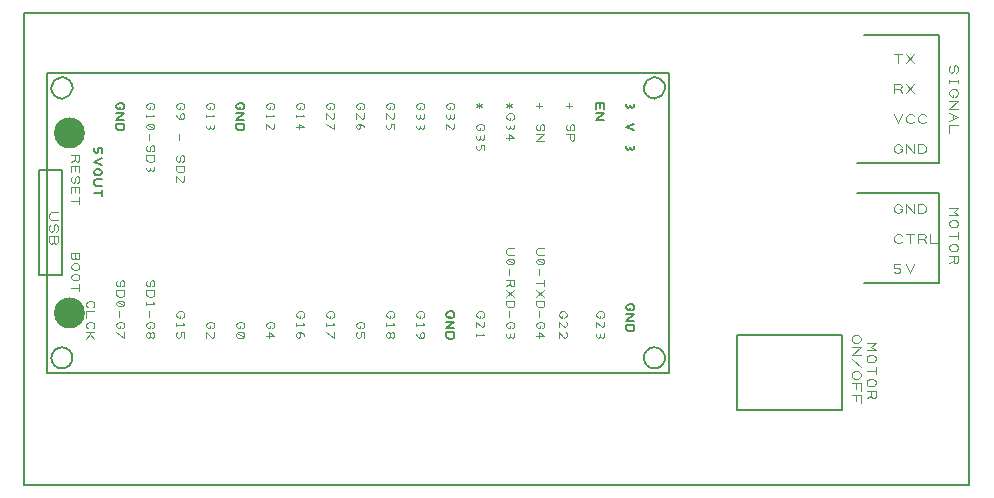
<source format=gbr>
G04 DesignSpark PCB Gerber Version 10.0 Build 5299*
G04 #@! TF.Part,Single*
G04 #@! TF.FileFunction,Legend,Top*
G04 #@! TF.FilePolarity,Positive*
%FSLAX35Y35*%
%MOIN*%
%ADD74C,0.00300*%
%ADD98C,0.00400*%
%ADD19C,0.00500*%
G04 #@! TD.AperFunction*
X0Y0D02*
D02*
D19*
X10250Y167750D02*
Y10250D01*
X325250D01*
Y167750D01*
X10250D01*
X20250Y50250D02*
G75*
G03*
X25250Y55250I2500J2500D01*
G01*
G75*
G03*
X20250Y50250I-2500J-2500D01*
G01*
Y140250D02*
G75*
G03*
X25250Y145250I2500J2500D01*
G01*
G75*
G03*
X20250Y140250I-2500J-2500D01*
G01*
X22750Y80250D02*
Y115250D01*
X15250D01*
Y80250D01*
X22750D01*
X33625Y122750D02*
X33406Y122313D01*
Y121656D01*
X33625Y121219D01*
X34063Y121000D01*
X34281D01*
X34719Y121219D01*
X34937Y121656D01*
Y122750D01*
X36031D01*
Y121000D01*
Y119250D02*
X33406Y118156D01*
X36031Y117063D01*
X34281Y115750D02*
X35156D01*
X35594Y115531D01*
X35813Y115313D01*
X36031Y114875D01*
Y114437D01*
X35813Y114000D01*
X35594Y113781D01*
X35156Y113563D01*
X34281D01*
X33844Y113781D01*
X33625Y114000D01*
X33406Y114437D01*
Y114875D01*
X33625Y115313D01*
X33844Y115531D01*
X34281Y115750D01*
X36031Y112250D02*
X34063D01*
X33625Y112031D01*
X33406Y111594D01*
Y110719D01*
X33625Y110281D01*
X34063Y110063D01*
X36031D01*
X33406Y107656D02*
X36031D01*
Y108750D02*
Y106563D01*
X42000Y136219D02*
Y135563D01*
X41781D01*
X41344Y135781D01*
X41125Y136000D01*
X40906Y136437D01*
Y136875D01*
X41125Y137313D01*
X41344Y137531D01*
X41781Y137750D01*
X42656D01*
X43094Y137531D01*
X43313Y137313D01*
X43531Y136875D01*
Y136437D01*
X43313Y136000D01*
X43094Y135781D01*
X42656Y135563D01*
X40906Y134250D02*
X43531D01*
X40906Y132063D01*
X43531D01*
X40906Y130750D02*
X43531D01*
Y129437D01*
X43313Y129000D01*
X43094Y128781D01*
X42656Y128563D01*
X41781D01*
X41344Y128781D01*
X41125Y129000D01*
X40906Y129437D01*
Y130750D01*
X82000Y136219D02*
Y135563D01*
X81781D01*
X81344Y135781D01*
X81125Y136000D01*
X80906Y136437D01*
Y136875D01*
X81125Y137313D01*
X81344Y137531D01*
X81781Y137750D01*
X82656D01*
X83094Y137531D01*
X83313Y137313D01*
X83531Y136875D01*
Y136437D01*
X83313Y136000D01*
X83094Y135781D01*
X82656Y135563D01*
X80906Y134250D02*
X83531D01*
X80906Y132063D01*
X83531D01*
X80906Y130750D02*
X83531D01*
Y129437D01*
X83313Y129000D01*
X83094Y128781D01*
X82656Y128563D01*
X81781D01*
X81344Y128781D01*
X81125Y129000D01*
X80906Y129437D01*
Y130750D01*
X152000Y66719D02*
Y66063D01*
X151781D01*
X151344Y66281D01*
X151125Y66500D01*
X150906Y66937D01*
Y67375D01*
X151125Y67813D01*
X151344Y68031D01*
X151781Y68250D01*
X152656D01*
X153094Y68031D01*
X153313Y67813D01*
X153531Y67375D01*
Y66937D01*
X153313Y66500D01*
X153094Y66281D01*
X152656Y66063D01*
X150906Y64750D02*
X153531D01*
X150906Y62563D01*
X153531D01*
X150906Y61250D02*
X153531D01*
Y59937D01*
X153313Y59500D01*
X153094Y59281D01*
X152656Y59063D01*
X151781D01*
X151344Y59281D01*
X151125Y59500D01*
X150906Y59937D01*
Y61250D01*
X200906Y137750D02*
X203531D01*
Y135563D01*
X202219Y136000D02*
Y137750D01*
X200906D02*
Y135563D01*
Y134250D02*
X203531D01*
X200906Y132063D01*
X203531D01*
X212000Y69219D02*
Y68563D01*
X211781D01*
X211344Y68781D01*
X211125Y69000D01*
X210906Y69437D01*
Y69875D01*
X211125Y70313D01*
X211344Y70531D01*
X211781Y70750D01*
X212656D01*
X213094Y70531D01*
X213313Y70313D01*
X213531Y69875D01*
Y69437D01*
X213313Y69000D01*
X213094Y68781D01*
X212656Y68563D01*
X210906Y67250D02*
X213531D01*
X210906Y65063D01*
X213531D01*
X210906Y63750D02*
X213531D01*
Y62437D01*
X213313Y62000D01*
X213094Y61781D01*
X212656Y61563D01*
X211781D01*
X211344Y61781D01*
X211125Y62000D01*
X210906Y62437D01*
Y63750D01*
X211125Y137531D02*
X210906Y137094D01*
Y136656D01*
X211125Y136219D01*
X211563Y136000D01*
X212000Y136219D01*
X212219Y136656D01*
Y137094D01*
Y136656D02*
X212437Y136219D01*
X212875Y136000D01*
X213313Y136219D01*
X213531Y136656D01*
Y137094D01*
X213313Y137531D01*
X213531Y130750D02*
X210906Y129656D01*
X213531Y128563D01*
X211125Y123531D02*
X210906Y123094D01*
Y122656D01*
X211125Y122219D01*
X211563Y122000D01*
X212000Y122219D01*
X212219Y122656D01*
Y123094D01*
Y122656D02*
X212437Y122219D01*
X212875Y122000D01*
X213313Y122219D01*
X213531Y122656D01*
Y123094D01*
X213313Y123531D01*
X217750Y50250D02*
G75*
G03*
X222750Y55250I2500J2500D01*
G01*
G75*
G03*
X217750Y50250I-2500J-2500D01*
G01*
Y140250D02*
G75*
G03*
X222750Y145250I2500J2500D01*
G01*
G75*
G03*
X217750Y140250I-2500J-2500D01*
G01*
X225250Y47750D02*
Y147750D01*
X17750D01*
Y47750D01*
X225250D01*
X247750Y35250D02*
X282750D01*
Y60250D01*
X247750D01*
Y35250D01*
X287750Y107750D02*
X315250D01*
Y77750D01*
X290250D01*
Y160250D02*
X315250D01*
Y117750D01*
X287750D01*
D02*
D74*
X27219Y86219D02*
X27000Y85781D01*
X26563Y85563D01*
X26125Y85781D01*
X25906Y86219D01*
Y87750D01*
X28531D01*
Y86219D01*
X28313Y85781D01*
X27875Y85563D01*
X27437Y85781D01*
X27219Y86219D01*
Y87750D01*
X26781Y84250D02*
X27656D01*
X28094Y84031D01*
X28313Y83813D01*
X28531Y83375D01*
Y82937D01*
X28313Y82500D01*
X28094Y82281D01*
X27656Y82063D01*
X26781D01*
X26344Y82281D01*
X26125Y82500D01*
X25906Y82937D01*
Y83375D01*
X26125Y83813D01*
X26344Y84031D01*
X26781Y84250D01*
Y80750D02*
X27656D01*
X28094Y80531D01*
X28313Y80313D01*
X28531Y79875D01*
Y79437D01*
X28313Y79000D01*
X28094Y78781D01*
X27656Y78563D01*
X26781D01*
X26344Y78781D01*
X26125Y79000D01*
X25906Y79437D01*
Y79875D01*
X26125Y80313D01*
X26344Y80531D01*
X26781Y80750D01*
X25906Y76156D02*
X28531D01*
Y77250D02*
Y75063D01*
X25906Y120250D02*
X28531D01*
Y118719D01*
X28313Y118281D01*
X27875Y118063D01*
X27437Y118281D01*
X27219Y118719D01*
Y120250D01*
Y118719D02*
X25906Y118063D01*
Y116750D02*
X28531D01*
Y114563D01*
X27219Y115000D02*
Y116750D01*
X25906D02*
Y114563D01*
X26563Y113250D02*
X26125Y113031D01*
X25906Y112594D01*
Y111719D01*
X26125Y111281D01*
X26563Y111063D01*
X27000Y111281D01*
X27219Y111719D01*
Y112594D01*
X27437Y113031D01*
X27875Y113250D01*
X28313Y113031D01*
X28531Y112594D01*
Y111719D01*
X28313Y111281D01*
X27875Y111063D01*
X25906Y109750D02*
X28531D01*
Y107563D01*
X27219Y108000D02*
Y109750D01*
X25906D02*
Y107563D01*
Y105156D02*
X28531D01*
Y106250D02*
Y104063D01*
X31344Y69563D02*
X31125Y69781D01*
X30906Y70219D01*
Y70875D01*
X31125Y71313D01*
X31344Y71531D01*
X31781Y71750D01*
X32656D01*
X33094Y71531D01*
X33313Y71313D01*
X33531Y70875D01*
Y70219D01*
X33313Y69781D01*
X33094Y69563D01*
X33531Y68250D02*
X30906D01*
Y66063D01*
X31344Y62563D02*
X31125Y62781D01*
X30906Y63219D01*
Y63875D01*
X31125Y64313D01*
X31344Y64531D01*
X31781Y64750D01*
X32656D01*
X33094Y64531D01*
X33313Y64313D01*
X33531Y63875D01*
Y63219D01*
X33313Y62781D01*
X33094Y62563D01*
X30906Y61250D02*
X33531D01*
X32219D02*
Y60594D01*
X33531Y59063D01*
X32219Y60594D02*
X30906Y59063D01*
X41563Y78750D02*
X41125Y78531D01*
X40906Y78094D01*
Y77219D01*
X41125Y76781D01*
X41563Y76563D01*
X42000Y76781D01*
X42219Y77219D01*
Y78094D01*
X42437Y78531D01*
X42875Y78750D01*
X43313Y78531D01*
X43531Y78094D01*
Y77219D01*
X43313Y76781D01*
X42875Y76563D01*
X40906Y75250D02*
X43531D01*
Y73937D01*
X43313Y73500D01*
X43094Y73281D01*
X42656Y73063D01*
X41781D01*
X41344Y73281D01*
X41125Y73500D01*
X40906Y73937D01*
Y75250D01*
X41125Y71531D02*
X40906Y71094D01*
Y70656D01*
X41125Y70219D01*
X41563Y70000D01*
X42875D01*
X43313Y70219D01*
X43531Y70656D01*
Y71094D01*
X43313Y71531D01*
X42875Y71750D01*
X41563D01*
X41125Y71531D01*
X43313Y70219D01*
X41781Y68250D02*
Y66500D01*
X42000Y63219D02*
Y62563D01*
X41781D01*
X41344Y62781D01*
X41125Y63000D01*
X40906Y63437D01*
Y63875D01*
X41125Y64313D01*
X41344Y64531D01*
X41781Y64750D01*
X42656D01*
X43094Y64531D01*
X43313Y64313D01*
X43531Y63875D01*
Y63437D01*
X43313Y63000D01*
X43094Y62781D01*
X42656Y62563D01*
X40906Y61250D02*
X43531Y59500D01*
Y61250D01*
X51563Y78750D02*
X51125Y78531D01*
X50906Y78094D01*
Y77219D01*
X51125Y76781D01*
X51563Y76563D01*
X52000Y76781D01*
X52219Y77219D01*
Y78094D01*
X52437Y78531D01*
X52875Y78750D01*
X53313Y78531D01*
X53531Y78094D01*
Y77219D01*
X53313Y76781D01*
X52875Y76563D01*
X50906Y75250D02*
X53531D01*
Y73937D01*
X53313Y73500D01*
X53094Y73281D01*
X52656Y73063D01*
X51781D01*
X51344Y73281D01*
X51125Y73500D01*
X50906Y73937D01*
Y75250D01*
Y71313D02*
Y70437D01*
Y70875D02*
X53531D01*
X53094Y71313D01*
X51781Y68250D02*
Y66500D01*
X52000Y63219D02*
Y62563D01*
X51781D01*
X51344Y62781D01*
X51125Y63000D01*
X50906Y63437D01*
Y63875D01*
X51125Y64313D01*
X51344Y64531D01*
X51781Y64750D01*
X52656D01*
X53094Y64531D01*
X53313Y64313D01*
X53531Y63875D01*
Y63437D01*
X53313Y63000D01*
X53094Y62781D01*
X52656Y62563D01*
X52219Y60594D02*
Y60156D01*
X52437Y59719D01*
X52875Y59500D01*
X53313Y59719D01*
X53531Y60156D01*
Y60594D01*
X53313Y61031D01*
X52875Y61250D01*
X52437Y61031D01*
X52219Y60594D01*
X52000Y61031D01*
X51563Y61250D01*
X51125Y61031D01*
X50906Y60594D01*
Y60156D01*
X51125Y59719D01*
X51563Y59500D01*
X52000Y59719D01*
X52219Y60156D01*
X52000Y136219D02*
Y135563D01*
X51781D01*
X51344Y135781D01*
X51125Y136000D01*
X50906Y136437D01*
Y136875D01*
X51125Y137313D01*
X51344Y137531D01*
X51781Y137750D01*
X52656D01*
X53094Y137531D01*
X53313Y137313D01*
X53531Y136875D01*
Y136437D01*
X53313Y136000D01*
X53094Y135781D01*
X52656Y135563D01*
X50906Y133813D02*
Y132937D01*
Y133375D02*
X53531D01*
X53094Y133813D01*
X51125Y130531D02*
X50906Y130094D01*
Y129656D01*
X51125Y129219D01*
X51563Y129000D01*
X52875D01*
X53313Y129219D01*
X53531Y129656D01*
Y130094D01*
X53313Y130531D01*
X52875Y130750D01*
X51563D01*
X51125Y130531D01*
X53313Y129219D01*
X51781Y127250D02*
Y125500D01*
X51563Y123750D02*
X51125Y123531D01*
X50906Y123094D01*
Y122219D01*
X51125Y121781D01*
X51563Y121563D01*
X52000Y121781D01*
X52219Y122219D01*
Y123094D01*
X52437Y123531D01*
X52875Y123750D01*
X53313Y123531D01*
X53531Y123094D01*
Y122219D01*
X53313Y121781D01*
X52875Y121563D01*
X50906Y120250D02*
X53531D01*
Y118937D01*
X53313Y118500D01*
X53094Y118281D01*
X52656Y118063D01*
X51781D01*
X51344Y118281D01*
X51125Y118500D01*
X50906Y118937D01*
Y120250D01*
X51125Y116531D02*
X50906Y116094D01*
Y115656D01*
X51125Y115219D01*
X51563Y115000D01*
X52000Y115219D01*
X52219Y115656D01*
Y116094D01*
Y115656D02*
X52437Y115219D01*
X52875Y115000D01*
X53313Y115219D01*
X53531Y115656D01*
Y116094D01*
X53313Y116531D01*
X62000Y66719D02*
Y66063D01*
X61781D01*
X61344Y66281D01*
X61125Y66500D01*
X60906Y66937D01*
Y67375D01*
X61125Y67813D01*
X61344Y68031D01*
X61781Y68250D01*
X62656D01*
X63094Y68031D01*
X63313Y67813D01*
X63531Y67375D01*
Y66937D01*
X63313Y66500D01*
X63094Y66281D01*
X62656Y66063D01*
X60906Y64313D02*
Y63437D01*
Y63875D02*
X63531D01*
X63094Y64313D01*
X61125Y61250D02*
X60906Y60813D01*
Y60156D01*
X61125Y59719D01*
X61563Y59500D01*
X61781D01*
X62219Y59719D01*
X62437Y60156D01*
Y61250D01*
X63531D01*
Y59500D01*
X62000Y136219D02*
Y135563D01*
X61781D01*
X61344Y135781D01*
X61125Y136000D01*
X60906Y136437D01*
Y136875D01*
X61125Y137313D01*
X61344Y137531D01*
X61781Y137750D01*
X62656D01*
X63094Y137531D01*
X63313Y137313D01*
X63531Y136875D01*
Y136437D01*
X63313Y136000D01*
X63094Y135781D01*
X62656Y135563D01*
X60906Y133594D02*
X61125Y133156D01*
X61563Y132719D01*
X62219Y132500D01*
X62875D01*
X63313Y132719D01*
X63531Y133156D01*
Y133594D01*
X63313Y134031D01*
X62875Y134250D01*
X62437Y134031D01*
X62219Y133594D01*
Y133156D01*
X62437Y132719D01*
X62875Y132500D01*
X61781Y127250D02*
Y125500D01*
X61563Y120250D02*
X61125Y120031D01*
X60906Y119594D01*
Y118719D01*
X61125Y118281D01*
X61563Y118063D01*
X62000Y118281D01*
X62219Y118719D01*
Y119594D01*
X62437Y120031D01*
X62875Y120250D01*
X63313Y120031D01*
X63531Y119594D01*
Y118719D01*
X63313Y118281D01*
X62875Y118063D01*
X60906Y116750D02*
X63531D01*
Y115437D01*
X63313Y115000D01*
X63094Y114781D01*
X62656Y114563D01*
X61781D01*
X61344Y114781D01*
X61125Y115000D01*
X60906Y115437D01*
Y116750D01*
Y111500D02*
Y113250D01*
X62437Y111719D01*
X62875Y111500D01*
X63313Y111719D01*
X63531Y112156D01*
Y112813D01*
X63313Y113250D01*
X72000Y63219D02*
Y62563D01*
X71781D01*
X71344Y62781D01*
X71125Y63000D01*
X70906Y63437D01*
Y63875D01*
X71125Y64313D01*
X71344Y64531D01*
X71781Y64750D01*
X72656D01*
X73094Y64531D01*
X73313Y64313D01*
X73531Y63875D01*
Y63437D01*
X73313Y63000D01*
X73094Y62781D01*
X72656Y62563D01*
X70906Y59500D02*
Y61250D01*
X72437Y59719D01*
X72875Y59500D01*
X73313Y59719D01*
X73531Y60156D01*
Y60813D01*
X73313Y61250D01*
X72000Y136219D02*
Y135563D01*
X71781D01*
X71344Y135781D01*
X71125Y136000D01*
X70906Y136437D01*
Y136875D01*
X71125Y137313D01*
X71344Y137531D01*
X71781Y137750D01*
X72656D01*
X73094Y137531D01*
X73313Y137313D01*
X73531Y136875D01*
Y136437D01*
X73313Y136000D01*
X73094Y135781D01*
X72656Y135563D01*
X70906Y133813D02*
Y132937D01*
Y133375D02*
X73531D01*
X73094Y133813D01*
X71125Y130531D02*
X70906Y130094D01*
Y129656D01*
X71125Y129219D01*
X71563Y129000D01*
X72000Y129219D01*
X72219Y129656D01*
Y130094D01*
Y129656D02*
X72437Y129219D01*
X72875Y129000D01*
X73313Y129219D01*
X73531Y129656D01*
Y130094D01*
X73313Y130531D01*
X82000Y63219D02*
Y62563D01*
X81781D01*
X81344Y62781D01*
X81125Y63000D01*
X80906Y63437D01*
Y63875D01*
X81125Y64313D01*
X81344Y64531D01*
X81781Y64750D01*
X82656D01*
X83094Y64531D01*
X83313Y64313D01*
X83531Y63875D01*
Y63437D01*
X83313Y63000D01*
X83094Y62781D01*
X82656Y62563D01*
X81125Y61031D02*
X80906Y60594D01*
Y60156D01*
X81125Y59719D01*
X81563Y59500D01*
X82875D01*
X83313Y59719D01*
X83531Y60156D01*
Y60594D01*
X83313Y61031D01*
X82875Y61250D01*
X81563D01*
X81125Y61031D01*
X83313Y59719D01*
X92000Y63219D02*
Y62563D01*
X91781D01*
X91344Y62781D01*
X91125Y63000D01*
X90906Y63437D01*
Y63875D01*
X91125Y64313D01*
X91344Y64531D01*
X91781Y64750D01*
X92656D01*
X93094Y64531D01*
X93313Y64313D01*
X93531Y63875D01*
Y63437D01*
X93313Y63000D01*
X93094Y62781D01*
X92656Y62563D01*
X90906Y60156D02*
X93531D01*
X91781Y61250D01*
Y59500D01*
X92000Y136219D02*
Y135563D01*
X91781D01*
X91344Y135781D01*
X91125Y136000D01*
X90906Y136437D01*
Y136875D01*
X91125Y137313D01*
X91344Y137531D01*
X91781Y137750D01*
X92656D01*
X93094Y137531D01*
X93313Y137313D01*
X93531Y136875D01*
Y136437D01*
X93313Y136000D01*
X93094Y135781D01*
X92656Y135563D01*
X90906Y133813D02*
Y132937D01*
Y133375D02*
X93531D01*
X93094Y133813D01*
X90906Y129000D02*
Y130750D01*
X92437Y129219D01*
X92875Y129000D01*
X93313Y129219D01*
X93531Y129656D01*
Y130313D01*
X93313Y130750D01*
X102000Y66719D02*
Y66063D01*
X101781D01*
X101344Y66281D01*
X101125Y66500D01*
X100906Y66937D01*
Y67375D01*
X101125Y67813D01*
X101344Y68031D01*
X101781Y68250D01*
X102656D01*
X103094Y68031D01*
X103313Y67813D01*
X103531Y67375D01*
Y66937D01*
X103313Y66500D01*
X103094Y66281D01*
X102656Y66063D01*
X100906Y64313D02*
Y63437D01*
Y63875D02*
X103531D01*
X103094Y64313D01*
X101563Y61250D02*
X102000Y61031D01*
X102219Y60594D01*
Y60156D01*
X102000Y59719D01*
X101563Y59500D01*
X101125Y59719D01*
X100906Y60156D01*
Y60594D01*
X101125Y61031D01*
X101563Y61250D01*
X102219D01*
X102875Y61031D01*
X103313Y60594D01*
X103531Y60156D01*
X102000Y136219D02*
Y135563D01*
X101781D01*
X101344Y135781D01*
X101125Y136000D01*
X100906Y136437D01*
Y136875D01*
X101125Y137313D01*
X101344Y137531D01*
X101781Y137750D01*
X102656D01*
X103094Y137531D01*
X103313Y137313D01*
X103531Y136875D01*
Y136437D01*
X103313Y136000D01*
X103094Y135781D01*
X102656Y135563D01*
X100906Y133813D02*
Y132937D01*
Y133375D02*
X103531D01*
X103094Y133813D01*
X100906Y129656D02*
X103531D01*
X101781Y130750D01*
Y129000D01*
X112000Y66719D02*
Y66063D01*
X111781D01*
X111344Y66281D01*
X111125Y66500D01*
X110906Y66937D01*
Y67375D01*
X111125Y67813D01*
X111344Y68031D01*
X111781Y68250D01*
X112656D01*
X113094Y68031D01*
X113313Y67813D01*
X113531Y67375D01*
Y66937D01*
X113313Y66500D01*
X113094Y66281D01*
X112656Y66063D01*
X110906Y64313D02*
Y63437D01*
Y63875D02*
X113531D01*
X113094Y64313D01*
X110906Y61250D02*
X113531Y59500D01*
Y61250D01*
X112000Y136219D02*
Y135563D01*
X111781D01*
X111344Y135781D01*
X111125Y136000D01*
X110906Y136437D01*
Y136875D01*
X111125Y137313D01*
X111344Y137531D01*
X111781Y137750D01*
X112656D01*
X113094Y137531D01*
X113313Y137313D01*
X113531Y136875D01*
Y136437D01*
X113313Y136000D01*
X113094Y135781D01*
X112656Y135563D01*
X110906Y132500D02*
Y134250D01*
X112437Y132719D01*
X112875Y132500D01*
X113313Y132719D01*
X113531Y133156D01*
Y133813D01*
X113313Y134250D01*
X110906Y130750D02*
X113531Y129000D01*
Y130750D01*
X122000Y63219D02*
Y62563D01*
X121781D01*
X121344Y62781D01*
X121125Y63000D01*
X120906Y63437D01*
Y63875D01*
X121125Y64313D01*
X121344Y64531D01*
X121781Y64750D01*
X122656D01*
X123094Y64531D01*
X123313Y64313D01*
X123531Y63875D01*
Y63437D01*
X123313Y63000D01*
X123094Y62781D01*
X122656Y62563D01*
X121125Y61250D02*
X120906Y60813D01*
Y60156D01*
X121125Y59719D01*
X121563Y59500D01*
X121781D01*
X122219Y59719D01*
X122437Y60156D01*
Y61250D01*
X123531D01*
Y59500D01*
X122000Y136219D02*
Y135563D01*
X121781D01*
X121344Y135781D01*
X121125Y136000D01*
X120906Y136437D01*
Y136875D01*
X121125Y137313D01*
X121344Y137531D01*
X121781Y137750D01*
X122656D01*
X123094Y137531D01*
X123313Y137313D01*
X123531Y136875D01*
Y136437D01*
X123313Y136000D01*
X123094Y135781D01*
X122656Y135563D01*
X120906Y132500D02*
Y134250D01*
X122437Y132719D01*
X122875Y132500D01*
X123313Y132719D01*
X123531Y133156D01*
Y133813D01*
X123313Y134250D01*
X121563Y130750D02*
X122000Y130531D01*
X122219Y130094D01*
Y129656D01*
X122000Y129219D01*
X121563Y129000D01*
X121125Y129219D01*
X120906Y129656D01*
Y130094D01*
X121125Y130531D01*
X121563Y130750D01*
X122219D01*
X122875Y130531D01*
X123313Y130094D01*
X123531Y129656D01*
X132000Y66719D02*
Y66063D01*
X131781D01*
X131344Y66281D01*
X131125Y66500D01*
X130906Y66937D01*
Y67375D01*
X131125Y67813D01*
X131344Y68031D01*
X131781Y68250D01*
X132656D01*
X133094Y68031D01*
X133313Y67813D01*
X133531Y67375D01*
Y66937D01*
X133313Y66500D01*
X133094Y66281D01*
X132656Y66063D01*
X130906Y64313D02*
Y63437D01*
Y63875D02*
X133531D01*
X133094Y64313D01*
X132219Y60594D02*
Y60156D01*
X132437Y59719D01*
X132875Y59500D01*
X133313Y59719D01*
X133531Y60156D01*
Y60594D01*
X133313Y61031D01*
X132875Y61250D01*
X132437Y61031D01*
X132219Y60594D01*
X132000Y61031D01*
X131563Y61250D01*
X131125Y61031D01*
X130906Y60594D01*
Y60156D01*
X131125Y59719D01*
X131563Y59500D01*
X132000Y59719D01*
X132219Y60156D01*
X132000Y136219D02*
Y135563D01*
X131781D01*
X131344Y135781D01*
X131125Y136000D01*
X130906Y136437D01*
Y136875D01*
X131125Y137313D01*
X131344Y137531D01*
X131781Y137750D01*
X132656D01*
X133094Y137531D01*
X133313Y137313D01*
X133531Y136875D01*
Y136437D01*
X133313Y136000D01*
X133094Y135781D01*
X132656Y135563D01*
X130906Y132500D02*
Y134250D01*
X132437Y132719D01*
X132875Y132500D01*
X133313Y132719D01*
X133531Y133156D01*
Y133813D01*
X133313Y134250D01*
X131125Y130750D02*
X130906Y130313D01*
Y129656D01*
X131125Y129219D01*
X131563Y129000D01*
X131781D01*
X132219Y129219D01*
X132437Y129656D01*
Y130750D01*
X133531D01*
Y129000D01*
X142000Y66719D02*
Y66063D01*
X141781D01*
X141344Y66281D01*
X141125Y66500D01*
X140906Y66937D01*
Y67375D01*
X141125Y67813D01*
X141344Y68031D01*
X141781Y68250D01*
X142656D01*
X143094Y68031D01*
X143313Y67813D01*
X143531Y67375D01*
Y66937D01*
X143313Y66500D01*
X143094Y66281D01*
X142656Y66063D01*
X140906Y64313D02*
Y63437D01*
Y63875D02*
X143531D01*
X143094Y64313D01*
X140906Y60594D02*
X141125Y60156D01*
X141563Y59719D01*
X142219Y59500D01*
X142875D01*
X143313Y59719D01*
X143531Y60156D01*
Y60594D01*
X143313Y61031D01*
X142875Y61250D01*
X142437Y61031D01*
X142219Y60594D01*
Y60156D01*
X142437Y59719D01*
X142875Y59500D01*
X142000Y136219D02*
Y135563D01*
X141781D01*
X141344Y135781D01*
X141125Y136000D01*
X140906Y136437D01*
Y136875D01*
X141125Y137313D01*
X141344Y137531D01*
X141781Y137750D01*
X142656D01*
X143094Y137531D01*
X143313Y137313D01*
X143531Y136875D01*
Y136437D01*
X143313Y136000D01*
X143094Y135781D01*
X142656Y135563D01*
X141125Y134031D02*
X140906Y133594D01*
Y133156D01*
X141125Y132719D01*
X141563Y132500D01*
X142000Y132719D01*
X142219Y133156D01*
Y133594D01*
Y133156D02*
X142437Y132719D01*
X142875Y132500D01*
X143313Y132719D01*
X143531Y133156D01*
Y133594D01*
X143313Y134031D01*
X141125Y130531D02*
X140906Y130094D01*
Y129656D01*
X141125Y129219D01*
X141563Y129000D01*
X142000Y129219D01*
X142219Y129656D01*
Y130094D01*
Y129656D02*
X142437Y129219D01*
X142875Y129000D01*
X143313Y129219D01*
X143531Y129656D01*
Y130094D01*
X143313Y130531D01*
X152000Y136219D02*
Y135563D01*
X151781D01*
X151344Y135781D01*
X151125Y136000D01*
X150906Y136437D01*
Y136875D01*
X151125Y137313D01*
X151344Y137531D01*
X151781Y137750D01*
X152656D01*
X153094Y137531D01*
X153313Y137313D01*
X153531Y136875D01*
Y136437D01*
X153313Y136000D01*
X153094Y135781D01*
X152656Y135563D01*
X151125Y134031D02*
X150906Y133594D01*
Y133156D01*
X151125Y132719D01*
X151563Y132500D01*
X152000Y132719D01*
X152219Y133156D01*
Y133594D01*
Y133156D02*
X152437Y132719D01*
X152875Y132500D01*
X153313Y132719D01*
X153531Y133156D01*
Y133594D01*
X153313Y134031D01*
X150906Y129000D02*
Y130750D01*
X152437Y129219D01*
X152875Y129000D01*
X153313Y129219D01*
X153531Y129656D01*
Y130313D01*
X153313Y130750D01*
X162000Y66719D02*
Y66063D01*
X161781D01*
X161344Y66281D01*
X161125Y66500D01*
X160906Y66937D01*
Y67375D01*
X161125Y67813D01*
X161344Y68031D01*
X161781Y68250D01*
X162656D01*
X163094Y68031D01*
X163313Y67813D01*
X163531Y67375D01*
Y66937D01*
X163313Y66500D01*
X163094Y66281D01*
X162656Y66063D01*
X160906Y63000D02*
Y64750D01*
X162437Y63219D01*
X162875Y63000D01*
X163313Y63219D01*
X163531Y63656D01*
Y64313D01*
X163313Y64750D01*
X160906Y60813D02*
Y59937D01*
Y60375D02*
X163531D01*
X163094Y60813D01*
X161781Y137750D02*
Y136000D01*
X160906Y137313D02*
X162656Y136437D01*
Y137313D02*
X160906Y136437D01*
X162000Y129219D02*
Y128563D01*
X161781D01*
X161344Y128781D01*
X161125Y129000D01*
X160906Y129437D01*
Y129875D01*
X161125Y130313D01*
X161344Y130531D01*
X161781Y130750D01*
X162656D01*
X163094Y130531D01*
X163313Y130313D01*
X163531Y129875D01*
Y129437D01*
X163313Y129000D01*
X163094Y128781D01*
X162656Y128563D01*
X161125Y127031D02*
X160906Y126594D01*
Y126156D01*
X161125Y125719D01*
X161563Y125500D01*
X162000Y125719D01*
X162219Y126156D01*
Y126594D01*
Y126156D02*
X162437Y125719D01*
X162875Y125500D01*
X163313Y125719D01*
X163531Y126156D01*
Y126594D01*
X163313Y127031D01*
X161125Y123750D02*
X160906Y123313D01*
Y122656D01*
X161125Y122219D01*
X161563Y122000D01*
X161781D01*
X162219Y122219D01*
X162437Y122656D01*
Y123750D01*
X163531D01*
Y122000D01*
X171781Y137750D02*
Y136000D01*
X170906Y137313D02*
X172656Y136437D01*
Y137313D02*
X170906Y136437D01*
X172000Y132719D02*
Y132063D01*
X171781D01*
X171344Y132281D01*
X171125Y132500D01*
X170906Y132937D01*
Y133375D01*
X171125Y133813D01*
X171344Y134031D01*
X171781Y134250D01*
X172656D01*
X173094Y134031D01*
X173313Y133813D01*
X173531Y133375D01*
Y132937D01*
X173313Y132500D01*
X173094Y132281D01*
X172656Y132063D01*
X171125Y130531D02*
X170906Y130094D01*
Y129656D01*
X171125Y129219D01*
X171563Y129000D01*
X172000Y129219D01*
X172219Y129656D01*
Y130094D01*
Y129656D02*
X172437Y129219D01*
X172875Y129000D01*
X173313Y129219D01*
X173531Y129656D01*
Y130094D01*
X173313Y130531D01*
X170906Y126156D02*
X173531D01*
X171781Y127250D01*
Y125500D01*
X181781Y137750D02*
Y136000D01*
X180906Y136875D02*
X182656D01*
X181563Y130750D02*
X181125Y130531D01*
X180906Y130094D01*
Y129219D01*
X181125Y128781D01*
X181563Y128563D01*
X182000Y128781D01*
X182219Y129219D01*
Y130094D01*
X182437Y130531D01*
X182875Y130750D01*
X183313Y130531D01*
X183531Y130094D01*
Y129219D01*
X183313Y128781D01*
X182875Y128563D01*
X180906Y127250D02*
X183531D01*
X180906Y125063D01*
X183531D01*
X189500Y66719D02*
Y66063D01*
X189281D01*
X188844Y66281D01*
X188625Y66500D01*
X188406Y66937D01*
Y67375D01*
X188625Y67813D01*
X188844Y68031D01*
X189281Y68250D01*
X190156D01*
X190594Y68031D01*
X190813Y67813D01*
X191031Y67375D01*
Y66937D01*
X190813Y66500D01*
X190594Y66281D01*
X190156Y66063D01*
X188406Y63000D02*
Y64750D01*
X189937Y63219D01*
X190375Y63000D01*
X190813Y63219D01*
X191031Y63656D01*
Y64313D01*
X190813Y64750D01*
X188406Y59500D02*
Y61250D01*
X189937Y59719D01*
X190375Y59500D01*
X190813Y59719D01*
X191031Y60156D01*
Y60813D01*
X190813Y61250D01*
X191781Y137750D02*
Y136000D01*
X190906Y136875D02*
X192656D01*
X191563Y130750D02*
X191125Y130531D01*
X190906Y130094D01*
Y129219D01*
X191125Y128781D01*
X191563Y128563D01*
X192000Y128781D01*
X192219Y129219D01*
Y130094D01*
X192437Y130531D01*
X192875Y130750D01*
X193313Y130531D01*
X193531Y130094D01*
Y129219D01*
X193313Y128781D01*
X192875Y128563D01*
X190906Y127250D02*
X193531D01*
Y125719D01*
X193313Y125281D01*
X192875Y125063D01*
X192437Y125281D01*
X192219Y125719D01*
Y127250D01*
X202000Y66719D02*
Y66063D01*
X201781D01*
X201344Y66281D01*
X201125Y66500D01*
X200906Y66937D01*
Y67375D01*
X201125Y67813D01*
X201344Y68031D01*
X201781Y68250D01*
X202656D01*
X203094Y68031D01*
X203313Y67813D01*
X203531Y67375D01*
Y66937D01*
X203313Y66500D01*
X203094Y66281D01*
X202656Y66063D01*
X200906Y63000D02*
Y64750D01*
X202437Y63219D01*
X202875Y63000D01*
X203313Y63219D01*
X203531Y63656D01*
Y64313D01*
X203313Y64750D01*
X201125Y61031D02*
X200906Y60594D01*
Y60156D01*
X201125Y59719D01*
X201563Y59500D01*
X202000Y59719D01*
X202219Y60156D01*
Y60594D01*
Y60156D02*
X202437Y59719D01*
X202875Y59500D01*
X203313Y59719D01*
X203531Y60156D01*
Y60594D01*
X203313Y61031D01*
D02*
D98*
X21500Y101250D02*
X19250D01*
X18750Y101000D01*
X18500Y100500D01*
Y99500D01*
X18750Y99000D01*
X19250Y98750D01*
X21500D01*
X19250Y97250D02*
X18750Y97000D01*
X18500Y96500D01*
Y95500D01*
X18750Y95000D01*
X19250Y94750D01*
X19750Y95000D01*
X20000Y95500D01*
Y96500D01*
X20250Y97000D01*
X20750Y97250D01*
X21250Y97000D01*
X21500Y96500D01*
Y95500D01*
X21250Y95000D01*
X20750Y94750D01*
X20000Y91500D02*
X19750Y91000D01*
X19250Y90750D01*
X18750Y91000D01*
X18500Y91500D01*
Y93250D01*
X21500D01*
Y91500D01*
X21250Y91000D01*
X20750Y90750D01*
X20250Y91000D01*
X20000Y91500D01*
Y93250D01*
X20250Y67750D02*
G75*
G03*
X30250I5000J0D01*
G01*
G75*
G03*
X20250I-5000J0D01*
G01*
G36*
X20250Y67750D02*
G75*
G03*
X30250I5000J0D01*
G01*
G75*
G03*
X20250I-5000J0D01*
G01*
G37*
Y127750D02*
G75*
G03*
X30250I5000J0D01*
G01*
G75*
G03*
X20250I-5000J0D01*
G01*
G36*
X20250Y127750D02*
G75*
G03*
X30250I5000J0D01*
G01*
G75*
G03*
X20250I-5000J0D01*
G01*
G37*
X173531Y89250D02*
X171563D01*
X171125Y89031D01*
X170906Y88594D01*
Y87719D01*
X171125Y87281D01*
X171563Y87063D01*
X173531D01*
X171125Y85531D02*
X170906Y85094D01*
Y84656D01*
X171125Y84219D01*
X171563Y84000D01*
X172875D01*
X173313Y84219D01*
X173531Y84656D01*
Y85094D01*
X173313Y85531D01*
X172875Y85750D01*
X171563D01*
X171125Y85531D01*
X173313Y84219D01*
X171781Y82250D02*
Y80500D01*
X170906Y78750D02*
X173531D01*
Y77219D01*
X173313Y76781D01*
X172875Y76563D01*
X172437Y76781D01*
X172219Y77219D01*
Y78750D01*
Y77219D02*
X170906Y76563D01*
Y75250D02*
X173531Y73063D01*
Y75250D02*
X170906Y73063D01*
Y71750D02*
X173531D01*
Y70437D01*
X173313Y70000D01*
X173094Y69781D01*
X172656Y69563D01*
X171781D01*
X171344Y69781D01*
X171125Y70000D01*
X170906Y70437D01*
Y71750D01*
X171781Y68250D02*
Y66500D01*
X172000Y63219D02*
Y62563D01*
X171781D01*
X171344Y62781D01*
X171125Y63000D01*
X170906Y63437D01*
Y63875D01*
X171125Y64313D01*
X171344Y64531D01*
X171781Y64750D01*
X172656D01*
X173094Y64531D01*
X173313Y64313D01*
X173531Y63875D01*
Y63437D01*
X173313Y63000D01*
X173094Y62781D01*
X172656Y62563D01*
X171125Y61031D02*
X170906Y60594D01*
Y60156D01*
X171125Y59719D01*
X171563Y59500D01*
X172000Y59719D01*
X172219Y60156D01*
Y60594D01*
Y60156D02*
X172437Y59719D01*
X172875Y59500D01*
X173313Y59719D01*
X173531Y60156D01*
Y60594D01*
X173313Y61031D01*
X183531Y89250D02*
X181563D01*
X181125Y89031D01*
X180906Y88594D01*
Y87719D01*
X181125Y87281D01*
X181563Y87063D01*
X183531D01*
X181125Y85531D02*
X180906Y85094D01*
Y84656D01*
X181125Y84219D01*
X181563Y84000D01*
X182875D01*
X183313Y84219D01*
X183531Y84656D01*
Y85094D01*
X183313Y85531D01*
X182875Y85750D01*
X181563D01*
X181125Y85531D01*
X183313Y84219D01*
X181781Y82250D02*
Y80500D01*
X180906Y77656D02*
X183531D01*
Y78750D02*
Y76563D01*
X180906Y75250D02*
X183531Y73063D01*
Y75250D02*
X180906Y73063D01*
Y71750D02*
X183531D01*
Y70437D01*
X183313Y70000D01*
X183094Y69781D01*
X182656Y69563D01*
X181781D01*
X181344Y69781D01*
X181125Y70000D01*
X180906Y70437D01*
Y71750D01*
X181781Y68250D02*
Y66500D01*
X182000Y63219D02*
Y62563D01*
X181781D01*
X181344Y62781D01*
X181125Y63000D01*
X180906Y63437D01*
Y63875D01*
X181125Y64313D01*
X181344Y64531D01*
X181781Y64750D01*
X182656D01*
X183094Y64531D01*
X183313Y64313D01*
X183531Y63875D01*
Y63437D01*
X183313Y63000D01*
X183094Y62781D01*
X182656Y62563D01*
X180906Y60156D02*
X183531D01*
X181781Y61250D01*
Y59500D01*
X287000Y60250D02*
X288000D01*
X288500Y60000D01*
X288750Y59750D01*
X289000Y59250D01*
Y58750D01*
X288750Y58250D01*
X288500Y58000D01*
X288000Y57750D01*
X287000D01*
X286500Y58000D01*
X286250Y58250D01*
X286000Y58750D01*
Y59250D01*
X286250Y59750D01*
X286500Y60000D01*
X287000Y60250D01*
X286000Y56250D02*
X289000D01*
X286000Y53750D01*
X289000D01*
X286000Y52250D02*
X289000Y49750D01*
X287000Y48250D02*
X288000D01*
X288500Y48000D01*
X288750Y47750D01*
X289000Y47250D01*
Y46750D01*
X288750Y46250D01*
X288500Y46000D01*
X288000Y45750D01*
X287000D01*
X286500Y46000D01*
X286250Y46250D01*
X286000Y46750D01*
Y47250D01*
X286250Y47750D01*
X286500Y48000D01*
X287000Y48250D01*
X286000Y44250D02*
X289000D01*
Y41750D01*
X287500Y42250D02*
Y44250D01*
X286000Y40250D02*
X289000D01*
Y37750D01*
X287500Y38250D02*
Y40250D01*
X291000Y57750D02*
X294000D01*
X292500Y56500D01*
X294000Y55250D01*
X291000D01*
X292000Y53750D02*
X293000D01*
X293500Y53500D01*
X293750Y53250D01*
X294000Y52750D01*
Y52250D01*
X293750Y51750D01*
X293500Y51500D01*
X293000Y51250D01*
X292000D01*
X291500Y51500D01*
X291250Y51750D01*
X291000Y52250D01*
Y52750D01*
X291250Y53250D01*
X291500Y53500D01*
X292000Y53750D01*
X291000Y48500D02*
X294000D01*
Y49750D02*
Y47250D01*
X292000Y45750D02*
X293000D01*
X293500Y45500D01*
X293750Y45250D01*
X294000Y44750D01*
Y44250D01*
X293750Y43750D01*
X293500Y43500D01*
X293000Y43250D01*
X292000D01*
X291500Y43500D01*
X291250Y43750D01*
X291000Y44250D01*
Y44750D01*
X291250Y45250D01*
X291500Y45500D01*
X292000Y45750D01*
X291000Y41750D02*
X294000D01*
Y40000D01*
X293750Y39500D01*
X293250Y39250D01*
X292750Y39500D01*
X292500Y40000D01*
Y41750D01*
Y40000D02*
X291000Y39250D01*
X300250Y81250D02*
X300750Y81000D01*
X301500D01*
X302000Y81250D01*
X302250Y81750D01*
Y82000D01*
X302000Y82500D01*
X301500Y82750D01*
X300250D01*
Y84000D01*
X302250D01*
X304250D02*
X305500Y81000D01*
X306750Y84000D01*
X302750Y91500D02*
X302500Y91250D01*
X302000Y91000D01*
X301250D01*
X300750Y91250D01*
X300500Y91500D01*
X300250Y92000D01*
Y93000D01*
X300500Y93500D01*
X300750Y93750D01*
X301250Y94000D01*
X302000D01*
X302500Y93750D01*
X302750Y93500D01*
X305500Y91000D02*
Y94000D01*
X304250D02*
X306750D01*
X308250Y91000D02*
Y94000D01*
X310000D01*
X310500Y93750D01*
X310750Y93250D01*
X310500Y92750D01*
X310000Y92500D01*
X308250D01*
X310000D02*
X310750Y91000D01*
X312250Y94000D02*
Y91000D01*
X314750D01*
X302000Y102250D02*
X302750D01*
Y102000D01*
X302500Y101500D01*
X302250Y101250D01*
X301750Y101000D01*
X301250D01*
X300750Y101250D01*
X300500Y101500D01*
X300250Y102000D01*
Y103000D01*
X300500Y103500D01*
X300750Y103750D01*
X301250Y104000D01*
X301750D01*
X302250Y103750D01*
X302500Y103500D01*
X302750Y103000D01*
X304250Y101000D02*
Y104000D01*
X306750Y101000D01*
Y104000D01*
X308250Y101000D02*
Y104000D01*
X309750D01*
X310250Y103750D01*
X310500Y103500D01*
X310750Y103000D01*
Y102000D01*
X310500Y101500D01*
X310250Y101250D01*
X309750Y101000D01*
X308250D01*
X302000Y122250D02*
X302750D01*
Y122000D01*
X302500Y121500D01*
X302250Y121250D01*
X301750Y121000D01*
X301250D01*
X300750Y121250D01*
X300500Y121500D01*
X300250Y122000D01*
Y123000D01*
X300500Y123500D01*
X300750Y123750D01*
X301250Y124000D01*
X301750D01*
X302250Y123750D01*
X302500Y123500D01*
X302750Y123000D01*
X304250Y121000D02*
Y124000D01*
X306750Y121000D01*
Y124000D01*
X308250Y121000D02*
Y124000D01*
X309750D01*
X310250Y123750D01*
X310500Y123500D01*
X310750Y123000D01*
Y122000D01*
X310500Y121500D01*
X310250Y121250D01*
X309750Y121000D01*
X308250D01*
X300250Y134000D02*
X301500Y131000D01*
X302750Y134000D01*
X306750Y131500D02*
X306500Y131250D01*
X306000Y131000D01*
X305250D01*
X304750Y131250D01*
X304500Y131500D01*
X304250Y132000D01*
Y133000D01*
X304500Y133500D01*
X304750Y133750D01*
X305250Y134000D01*
X306000D01*
X306500Y133750D01*
X306750Y133500D01*
X310750Y131500D02*
X310500Y131250D01*
X310000Y131000D01*
X309250D01*
X308750Y131250D01*
X308500Y131500D01*
X308250Y132000D01*
Y133000D01*
X308500Y133500D01*
X308750Y133750D01*
X309250Y134000D01*
X310000D01*
X310500Y133750D01*
X310750Y133500D01*
X300250Y141000D02*
Y144000D01*
X302000D01*
X302500Y143750D01*
X302750Y143250D01*
X302500Y142750D01*
X302000Y142500D01*
X300250D01*
X302000D02*
X302750Y141000D01*
X304250D02*
X306750Y144000D01*
X304250D02*
X306750Y141000D01*
X301500Y151000D02*
Y154000D01*
X300250D02*
X302750D01*
X304250Y151000D02*
X306750Y154000D01*
X304250D02*
X306750Y151000D01*
X318500Y102750D02*
X321500D01*
X320000Y101500D01*
X321500Y100250D01*
X318500D01*
X319500Y98750D02*
X320500D01*
X321000Y98500D01*
X321250Y98250D01*
X321500Y97750D01*
Y97250D01*
X321250Y96750D01*
X321000Y96500D01*
X320500Y96250D01*
X319500D01*
X319000Y96500D01*
X318750Y96750D01*
X318500Y97250D01*
Y97750D01*
X318750Y98250D01*
X319000Y98500D01*
X319500Y98750D01*
X318500Y93500D02*
X321500D01*
Y94750D02*
Y92250D01*
X319500Y90750D02*
X320500D01*
X321000Y90500D01*
X321250Y90250D01*
X321500Y89750D01*
Y89250D01*
X321250Y88750D01*
X321000Y88500D01*
X320500Y88250D01*
X319500D01*
X319000Y88500D01*
X318750Y88750D01*
X318500Y89250D01*
Y89750D01*
X318750Y90250D01*
X319000Y90500D01*
X319500Y90750D01*
X318500Y86750D02*
X321500D01*
Y85000D01*
X321250Y84500D01*
X320750Y84250D01*
X320250Y84500D01*
X320000Y85000D01*
Y86750D01*
Y85000D02*
X318500Y84250D01*
X319250Y150250D02*
X318750Y150000D01*
X318500Y149500D01*
Y148500D01*
X318750Y148000D01*
X319250Y147750D01*
X319750Y148000D01*
X320000Y148500D01*
Y149500D01*
X320250Y150000D01*
X320750Y150250D01*
X321250Y150000D01*
X321500Y149500D01*
Y148500D01*
X321250Y148000D01*
X320750Y147750D01*
X318500Y145500D02*
Y144500D01*
Y145000D02*
X321500D01*
Y145500D02*
Y144500D01*
X319750Y140500D02*
Y139750D01*
X319500D01*
X319000Y140000D01*
X318750Y140250D01*
X318500Y140750D01*
Y141250D01*
X318750Y141750D01*
X319000Y142000D01*
X319500Y142250D01*
X320500D01*
X321000Y142000D01*
X321250Y141750D01*
X321500Y141250D01*
Y140750D01*
X321250Y140250D01*
X321000Y140000D01*
X320500Y139750D01*
X318500Y138250D02*
X321500D01*
X318500Y135750D01*
X321500D01*
X318500Y134250D02*
X321500Y133000D01*
X318500Y131750D01*
X319750Y133750D02*
Y132250D01*
X321500Y130250D02*
X318500D01*
Y127750D01*
X0Y0D02*
M02*

</source>
